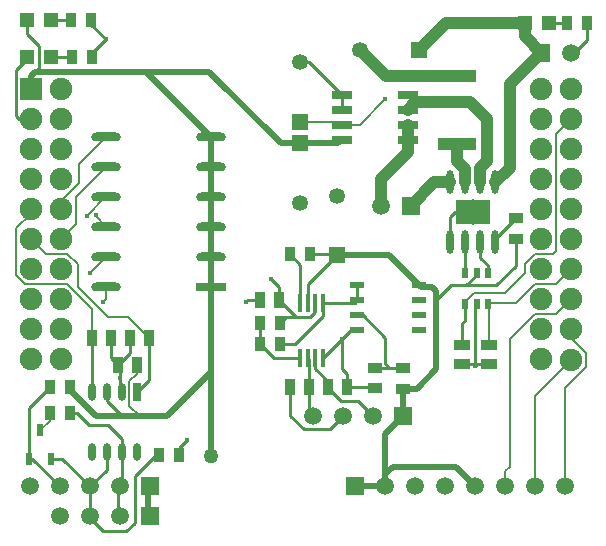
<source format=gtl>
G04*
G04 #@! TF.GenerationSoftware,Altium Limited,Altium Designer,18.0.12 (696)*
G04*
G04 Layer_Physical_Order=1*
G04 Layer_Color=255*
%FSLAX25Y25*%
%MOIN*%
G70*
G01*
G75*
%ADD11C,0.01000*%
G04:AMPARAMS|DCode=41|XSize=21.65mil|YSize=31.5mil|CornerRadius=1.95mil|HoleSize=0mil|Usage=FLASHONLY|Rotation=180.000|XOffset=0mil|YOffset=0mil|HoleType=Round|Shape=RoundedRectangle|*
%AMROUNDEDRECTD41*
21,1,0.02165,0.02760,0,0,180.0*
21,1,0.01776,0.03150,0,0,180.0*
1,1,0.00390,-0.00888,0.01380*
1,1,0.00390,0.00888,0.01380*
1,1,0.00390,0.00888,-0.01380*
1,1,0.00390,-0.00888,-0.01380*
%
%ADD41ROUNDEDRECTD41*%
%ADD42R,0.11811X0.08386*%
%ADD43O,0.02362X0.07874*%
%ADD44R,0.10000X0.03000*%
%ADD45O,0.10000X0.03000*%
%ADD46R,0.06890X0.02559*%
%ADD47R,0.03347X0.05118*%
%ADD48R,0.05000X0.05000*%
%ADD49R,0.05315X0.03740*%
%ADD50R,0.05118X0.03347*%
%ADD51R,0.03740X0.05315*%
%ADD52R,0.02362X0.03937*%
%ADD53O,0.02500X0.06000*%
%ADD54R,0.02500X0.06000*%
%ADD55R,0.12795X0.04134*%
G04:AMPARAMS|DCode=56|XSize=21.65mil|YSize=49.21mil|CornerRadius=1.95mil|HoleSize=0mil|Usage=FLASHONLY|Rotation=90.000|XOffset=0mil|YOffset=0mil|HoleType=Round|Shape=RoundedRectangle|*
%AMROUNDEDRECTD56*
21,1,0.02165,0.04532,0,0,90.0*
21,1,0.01776,0.04921,0,0,90.0*
1,1,0.00390,0.02266,0.00888*
1,1,0.00390,0.02266,-0.00888*
1,1,0.00390,-0.02266,-0.00888*
1,1,0.00390,-0.02266,0.00888*
%
%ADD56ROUNDEDRECTD56*%
G04:AMPARAMS|DCode=57|XSize=15mil|YSize=61.02mil|CornerRadius=1.65mil|HoleSize=0mil|Usage=FLASHONLY|Rotation=180.000|XOffset=0mil|YOffset=0mil|HoleType=Round|Shape=RoundedRectangle|*
%AMROUNDEDRECTD57*
21,1,0.01500,0.05772,0,0,180.0*
21,1,0.01170,0.06102,0,0,180.0*
1,1,0.00330,-0.00585,0.02886*
1,1,0.00330,0.00585,0.02886*
1,1,0.00330,0.00585,-0.02886*
1,1,0.00330,-0.00585,-0.02886*
%
%ADD57ROUNDEDRECTD57*%
%ADD58C,0.04000*%
%ADD59C,0.02000*%
%ADD60C,0.00800*%
%ADD61C,0.01968*%
%ADD62C,0.05906*%
%ADD63R,0.05906X0.05906*%
%ADD64R,0.05315X0.05315*%
%ADD65C,0.05315*%
%ADD66R,0.05315X0.05315*%
%ADD67C,0.07500*%
%ADD68R,0.07500X0.07500*%
%ADD69C,0.01500*%
%ADD70C,0.05000*%
D11*
X138000Y139000D02*
X138500Y139500D01*
X138000Y129500D02*
Y139000D01*
X143500Y127253D02*
Y143000D01*
X140747Y124500D02*
X143500Y127253D01*
X133000Y124500D02*
X140747D01*
X128000Y129500D02*
X133000Y124500D01*
X128000Y129500D02*
X128500Y130000D01*
Y139500D01*
X138500Y175500D02*
Y179350D01*
X137850Y180000D02*
X138500Y179350D01*
Y171637D02*
Y175500D01*
Y171637D02*
X139137Y171000D01*
X129096Y294900D02*
Y295900D01*
Y293404D02*
Y294900D01*
X107750D02*
Y295900D01*
Y290250D02*
Y294900D01*
X134137Y167863D02*
X139137Y162863D01*
X134137Y167863D02*
Y171000D01*
X150500Y150000D02*
X151654D01*
X143500Y143000D02*
X150500Y150000D01*
X138500Y139500D02*
X139137Y140137D01*
X134137Y145137D02*
Y151000D01*
X128500Y139500D02*
X134137Y145137D01*
X119224Y148776D02*
X128500Y139500D01*
X115740Y148776D02*
X119224D01*
X109224D02*
X118500Y139500D01*
X108260Y148776D02*
X109224D01*
X129096Y293404D02*
X134000Y288500D01*
X129347Y283846D02*
X134000Y288500D01*
X129347Y283000D02*
Y283846D01*
X108260Y165606D02*
X115154Y172500D01*
X108260Y148776D02*
Y165606D01*
X198500Y280842D02*
X201634D01*
X212476Y270000D01*
Y265000D02*
Y270000D01*
X254122Y206500D02*
X264000D01*
X257500Y209878D02*
Y210520D01*
X254122Y206500D02*
X257500Y209878D01*
X249000Y206500D02*
X254122D01*
X244000Y201500D02*
X249000Y206500D01*
X264000D02*
X270500Y213000D01*
Y222153D01*
X263724Y222071D02*
X270500Y228847D01*
X263724Y221158D02*
Y222071D01*
X261240Y210520D02*
Y213260D01*
X258724Y215776D02*
X261240Y213260D01*
X258724Y215776D02*
Y221158D01*
X253724Y210555D02*
X253760Y210520D01*
X253724Y210555D02*
Y221158D01*
X250449Y231000D02*
X256224D01*
X248724Y229276D02*
X250449Y231000D01*
X248724Y221158D02*
Y229276D01*
X253760Y200480D02*
Y201122D01*
X257000Y199980D02*
X257500Y200480D01*
X257000Y179500D02*
Y199980D01*
X252500Y186650D02*
Y193650D01*
X257000Y179500D02*
X257850Y180350D01*
X261500D01*
X256150D02*
X257000Y179500D01*
X252500Y180350D02*
X256150D01*
X252500Y193650D02*
X253760Y194909D01*
Y200480D01*
X121846Y171653D02*
Y172500D01*
Y164000D02*
X124346D01*
X128423Y159923D01*
X134577D01*
X110294Y277706D02*
X111550Y278961D01*
X158346Y152347D02*
X161000Y155000D01*
X158346Y150000D02*
Y152347D01*
X180500Y201000D02*
X181000Y201500D01*
X185350D01*
X223307Y172500D02*
X223500Y172307D01*
X214150Y172500D02*
X223307D01*
X212500Y188508D02*
X215492Y191500D01*
X206339Y182346D02*
X212500Y188508D01*
X214150Y172500D02*
Y176850D01*
X212500Y178500D02*
X214150Y176850D01*
X212500Y178500D02*
Y188508D01*
X215492Y191500D02*
X217665D01*
X189000Y208500D02*
X191650Y205850D01*
Y201500D02*
Y205850D01*
X294346Y288347D02*
Y294000D01*
X290000Y284000D02*
X294346Y288347D01*
X289000Y284000D02*
X290000D01*
X281500Y294000D02*
X287653D01*
X137850Y180000D02*
Y180067D01*
X141850Y184067D01*
Y189000D01*
X135650Y182201D02*
X137850Y180000D01*
X135650Y182201D02*
Y189000D01*
X139137Y151000D02*
Y155363D01*
X134577Y159923D02*
X139137Y155363D01*
X129137Y188787D02*
X129350Y189000D01*
X129137Y171000D02*
Y188787D01*
X148150Y175012D02*
Y189000D01*
X144137Y171000D02*
X148150Y175012D01*
X139137Y140137D02*
Y151000D01*
X195350Y163150D02*
Y172500D01*
Y163150D02*
X200000Y158500D01*
X208500D01*
X213000Y163000D01*
X218000Y168000D02*
X223000Y163000D01*
X212284Y168000D02*
X218000D01*
X207850Y172433D02*
X212284Y168000D01*
X207850Y172433D02*
Y172500D01*
X201650Y164350D02*
X203000Y163000D01*
X201650Y164350D02*
Y172500D01*
X207850D02*
Y174650D01*
X203780Y178720D02*
X207850Y174650D01*
X203780Y178720D02*
Y182346D01*
X201220D02*
X201650Y181917D01*
Y172500D02*
Y181917D01*
X189807Y182346D02*
X198661D01*
X185153Y187000D02*
X189807Y182346D01*
X185153Y187000D02*
X185153Y187000D01*
Y194000D01*
X191847Y187000D02*
X197000D01*
X206339Y196339D01*
Y200654D01*
X197150Y196000D02*
X202110D01*
X193846D02*
X197150D01*
X191650Y201500D02*
X197150Y196000D01*
X191847Y194000D02*
X193846Y196000D01*
X202110D02*
X203780Y197670D01*
Y200654D01*
X195153Y217000D02*
X198661Y213492D01*
Y200654D02*
Y213492D01*
X201220Y200654D02*
Y206878D01*
X211000Y216657D01*
X228500Y178847D02*
X233000D01*
X223654D02*
X228500D01*
X217665Y196500D02*
X219500D01*
X227000Y189000D01*
Y180347D02*
Y189000D01*
Y180347D02*
X228500Y178847D01*
X223500Y179000D02*
X223654Y178847D01*
X216819Y200654D02*
X217665Y201500D01*
X206339Y200654D02*
X216819D01*
X217665Y201500D02*
Y206500D01*
X210658Y217000D02*
X211000Y216657D01*
X201847Y217000D02*
X210658D01*
X289000Y189000D02*
Y192000D01*
X115750Y294900D02*
X122404D01*
X107750Y290250D02*
X111550Y286450D01*
Y278961D02*
Y286450D01*
X115750Y282500D02*
X122404D01*
X104000Y278250D02*
X107750Y282000D01*
X104000Y276389D02*
Y278250D01*
X103950Y276339D02*
X104000Y276389D01*
X103950Y263050D02*
Y276339D01*
Y263050D02*
X105000Y262000D01*
X109000D01*
D41*
X253760Y200480D02*
D03*
X257500D02*
D03*
X261240D02*
D03*
Y210520D02*
D03*
X257500D02*
D03*
X253760D02*
D03*
D42*
X256224Y231000D02*
D03*
D43*
X248724Y240843D02*
D03*
X253724D02*
D03*
X258724D02*
D03*
X263724D02*
D03*
Y221158D02*
D03*
X258724D02*
D03*
X253724D02*
D03*
X248724D02*
D03*
D44*
X169000Y206000D02*
D03*
D45*
Y216000D02*
D03*
Y226000D02*
D03*
Y236000D02*
D03*
Y246000D02*
D03*
Y256000D02*
D03*
X134000Y206000D02*
D03*
Y216000D02*
D03*
Y226000D02*
D03*
Y236000D02*
D03*
Y246000D02*
D03*
Y256000D02*
D03*
D46*
X234524Y255000D02*
D03*
Y260000D02*
D03*
Y265000D02*
D03*
Y270000D02*
D03*
X212476Y255000D02*
D03*
Y260000D02*
D03*
Y265000D02*
D03*
Y270000D02*
D03*
D47*
X122653Y282500D02*
D03*
X129347D02*
D03*
X287653Y294000D02*
D03*
X294346D02*
D03*
X122404Y294900D02*
D03*
X129096D02*
D03*
X195153Y217000D02*
D03*
X201847D02*
D03*
X191847Y194000D02*
D03*
X185153D02*
D03*
X185153Y187000D02*
D03*
X191847D02*
D03*
X121846Y172500D02*
D03*
X115154D02*
D03*
X121846Y164000D02*
D03*
X115154D02*
D03*
X158346Y150000D02*
D03*
X151654D02*
D03*
D48*
X115500Y282500D02*
D03*
X107500D02*
D03*
X273500Y294000D02*
D03*
X281500D02*
D03*
X107750Y294900D02*
D03*
X115750D02*
D03*
D49*
X261500Y186650D02*
D03*
Y180350D02*
D03*
X252500Y186650D02*
D03*
Y180350D02*
D03*
D50*
X270500Y228847D02*
D03*
Y222153D02*
D03*
X233000Y172153D02*
D03*
Y178847D02*
D03*
X223500Y179000D02*
D03*
Y172307D02*
D03*
D51*
X148150Y189000D02*
D03*
X141850D02*
D03*
X129350D02*
D03*
X135650D02*
D03*
X144150Y180000D02*
D03*
X137850D02*
D03*
X201650Y172500D02*
D03*
X195350D02*
D03*
X207850D02*
D03*
X214150D02*
D03*
X185350Y201500D02*
D03*
X191650D02*
D03*
D52*
X112000Y158224D02*
D03*
X115740Y148776D02*
D03*
X108260D02*
D03*
D53*
X129137Y151000D02*
D03*
X134137D02*
D03*
X139137D02*
D03*
X144137D02*
D03*
X129137Y171000D02*
D03*
X134137D02*
D03*
X139137D02*
D03*
D54*
X144137D02*
D03*
D55*
X251000Y253583D02*
D03*
Y276417D02*
D03*
D56*
X238335Y191500D02*
D03*
Y196500D02*
D03*
Y201500D02*
D03*
Y206500D02*
D03*
X217665Y191500D02*
D03*
Y196500D02*
D03*
Y201500D02*
D03*
Y206500D02*
D03*
D57*
X198661Y182346D02*
D03*
X201220D02*
D03*
X203780D02*
D03*
X206339D02*
D03*
X198661Y200654D02*
D03*
X201220D02*
D03*
X203780D02*
D03*
X206339D02*
D03*
D58*
X268500Y273500D02*
X279000Y284000D01*
X268500Y245618D02*
Y273500D01*
X263724Y240843D02*
X268500Y245618D01*
X218657Y285000D02*
X227240Y276417D01*
X251000D01*
Y248000D02*
Y253583D01*
X225500Y233000D02*
Y242000D01*
X234524Y251024D01*
Y255000D01*
Y260000D01*
Y265000D02*
X237024Y267500D01*
X255349D01*
X260924Y261924D01*
Y247924D02*
Y261924D01*
X258724Y245724D02*
X260924Y247924D01*
X258724Y240843D02*
Y245724D01*
X253724Y240843D02*
Y245276D01*
X251000Y248000D02*
X253724Y245276D01*
X235500Y233000D02*
X243342Y240843D01*
X248724D01*
X247342Y294000D02*
X273500D01*
X238342Y285000D02*
X247342Y294000D01*
X273500Y289500D02*
Y294000D01*
Y289500D02*
X279000Y284000D01*
D59*
X148000Y139000D02*
X148500Y139500D01*
X148000Y129500D02*
Y139000D01*
X145137Y162863D02*
X154237D01*
X139137D02*
X145137D01*
X211319Y253842D02*
X212476Y255000D01*
X198500Y253842D02*
X211319D01*
X147294Y277706D02*
X168294D01*
X192157Y253842D01*
X198500D01*
X238335Y206500D02*
X238835Y206000D01*
X242500D01*
X244000Y201500D02*
Y204500D01*
X242500Y206000D02*
X244000Y204500D01*
Y178500D02*
Y201500D01*
X237653Y172153D02*
X244000Y178500D01*
X233000Y172153D02*
X237653D01*
X121846Y171653D02*
X130637Y162863D01*
X139137D01*
X154237D02*
X169000Y177625D01*
X110294Y277706D02*
X147294D01*
X169000Y149500D02*
Y177625D01*
Y206000D01*
X227000Y143500D02*
Y157000D01*
X250500Y146000D02*
X257000Y139500D01*
X229500Y146000D02*
X250500D01*
X227000Y143500D02*
X229500Y146000D01*
X227000Y139500D02*
Y143500D01*
X233000Y163000D02*
Y172153D01*
X227000Y157000D02*
X233000Y163000D01*
X217000Y139500D02*
X227000D01*
X228177Y216657D02*
X238335Y206500D01*
X211000Y216657D02*
X228177D01*
X169000Y246000D02*
Y256000D01*
Y236000D02*
Y246000D01*
Y226000D02*
Y236000D01*
Y216000D02*
Y226000D01*
Y206000D02*
Y216000D01*
X109000Y276412D02*
X110294Y277706D01*
X147294D02*
X169000Y256000D01*
X109000Y272000D02*
Y276412D01*
D60*
X284000Y257000D02*
X289000Y262000D01*
X284000Y218000D02*
Y257000D01*
X282950Y216950D02*
X284000Y218000D01*
X141587Y166413D02*
Y174587D01*
X144150Y177150D01*
X141587Y166413D02*
X145137Y162863D01*
X144150Y177150D02*
Y180000D01*
X112000Y158224D02*
X115154Y161378D01*
Y164000D01*
X218500Y260000D02*
X227000Y268500D01*
X212476Y260000D02*
X218500D01*
X211319Y261157D02*
X212476Y260000D01*
X198500Y261157D02*
X211319D01*
X276950Y216950D02*
X282950D01*
X273500Y213500D02*
X276950Y216950D01*
X273500Y210500D02*
Y213500D01*
X267000Y204000D02*
X273500Y210500D01*
X256638Y204000D02*
X267000D01*
X253760Y201122D02*
X256638Y204000D01*
X261240Y200480D02*
X261260Y200500D01*
X270500D01*
X276950Y206950D01*
X283950D02*
X289000Y212000D01*
X261240Y200480D02*
X261500Y200220D01*
Y186650D02*
Y200220D01*
X268500Y146000D02*
Y188500D01*
X267000Y144500D02*
X268500Y146000D01*
X267000Y139500D02*
Y144500D01*
X268500Y188500D02*
X276950Y196950D01*
X283950D02*
X289000Y202000D01*
X276950Y196950D02*
X283950D01*
X127500Y229500D02*
Y229758D01*
X133742Y236000D01*
X134000D01*
X130500Y229500D02*
Y230000D01*
Y229500D02*
X134000Y226000D01*
X128500Y210500D02*
X134000Y216000D01*
X133000Y201000D02*
X134000Y202000D01*
Y206000D01*
X125000Y247000D02*
X134000Y256000D01*
X125000Y240500D02*
Y247000D01*
X119000Y234500D02*
X125000Y240500D01*
X119000Y232000D02*
Y234500D01*
X124000Y236000D02*
X134000Y246000D01*
X124000Y227000D02*
Y236000D01*
X119000Y222000D02*
X124000Y227000D01*
X104050Y209950D02*
Y225500D01*
Y209950D02*
X106950Y207050D01*
X104050Y225500D02*
X109000Y230450D01*
X124500Y206000D02*
Y213500D01*
X114000Y217000D02*
X121000D01*
X124500Y213500D01*
Y206000D02*
X134500Y196000D01*
X129350Y189000D02*
Y198650D01*
X120950Y207050D02*
X129350Y198650D01*
X141150Y196000D02*
X148150Y189000D01*
X134500Y196000D02*
X141150D01*
X109000Y222000D02*
X114000Y217000D01*
X106950Y207050D02*
X120950D01*
X109000Y230450D02*
Y232000D01*
X276950Y206950D02*
X283950D01*
X289000Y189000D02*
X294050Y183950D01*
Y179408D02*
Y183950D01*
X287000Y172358D02*
X294050Y179408D01*
X287000Y139500D02*
Y172358D01*
X277000Y169500D02*
X289000Y181500D01*
X277000Y139500D02*
Y169500D01*
D61*
X256224Y227791D02*
D03*
X251500Y231000D02*
D03*
X256224Y234209D02*
D03*
X260949Y231000D02*
D03*
D62*
X118500Y129500D02*
D03*
X128500D02*
D03*
X138500D02*
D03*
X108500Y139500D02*
D03*
X118500D02*
D03*
X128500D02*
D03*
X138500D02*
D03*
X287000D02*
D03*
X277000D02*
D03*
X267000D02*
D03*
X257000D02*
D03*
X247000D02*
D03*
X237000D02*
D03*
X227000D02*
D03*
X289000Y284000D02*
D03*
X225500Y233000D02*
D03*
X223000Y163000D02*
D03*
X213000D02*
D03*
X203000D02*
D03*
D63*
X148500Y129500D02*
D03*
Y139500D02*
D03*
X217000D02*
D03*
X279000Y284000D02*
D03*
X235500Y233000D02*
D03*
X233000Y163000D02*
D03*
D64*
X211000Y216657D02*
D03*
X198500Y261157D02*
D03*
X198500Y253842D02*
D03*
D65*
X211000Y236343D02*
D03*
X218657Y285000D02*
D03*
X198500Y280842D02*
D03*
X198500Y234157D02*
D03*
D66*
X238342Y285000D02*
D03*
D67*
X289000Y181500D02*
D03*
Y192000D02*
D03*
Y202000D02*
D03*
Y212000D02*
D03*
Y222000D02*
D03*
Y232000D02*
D03*
Y242000D02*
D03*
Y252000D02*
D03*
Y262000D02*
D03*
Y272000D02*
D03*
X279000Y182000D02*
D03*
Y192000D02*
D03*
Y202000D02*
D03*
Y212000D02*
D03*
Y222000D02*
D03*
Y232000D02*
D03*
Y242000D02*
D03*
Y252000D02*
D03*
Y262000D02*
D03*
Y272000D02*
D03*
X119000Y182000D02*
D03*
Y192000D02*
D03*
Y202000D02*
D03*
Y212000D02*
D03*
Y222000D02*
D03*
Y232000D02*
D03*
Y242000D02*
D03*
Y252000D02*
D03*
Y262000D02*
D03*
Y272000D02*
D03*
X109000Y182000D02*
D03*
Y192000D02*
D03*
Y202000D02*
D03*
Y212000D02*
D03*
Y222000D02*
D03*
Y232000D02*
D03*
Y242000D02*
D03*
Y252000D02*
D03*
Y262000D02*
D03*
D68*
Y272000D02*
D03*
D69*
X138500Y175500D02*
D03*
X134000Y288500D02*
D03*
X161000Y155000D02*
D03*
X180500Y201000D02*
D03*
X212500Y188508D02*
D03*
X257000Y179500D02*
D03*
X227000Y268500D02*
D03*
X127500Y229500D02*
D03*
X133000Y201000D02*
D03*
X130500Y230000D02*
D03*
X128500Y210500D02*
D03*
X189000Y208500D02*
D03*
D70*
X169000Y149500D02*
D03*
M02*

</source>
